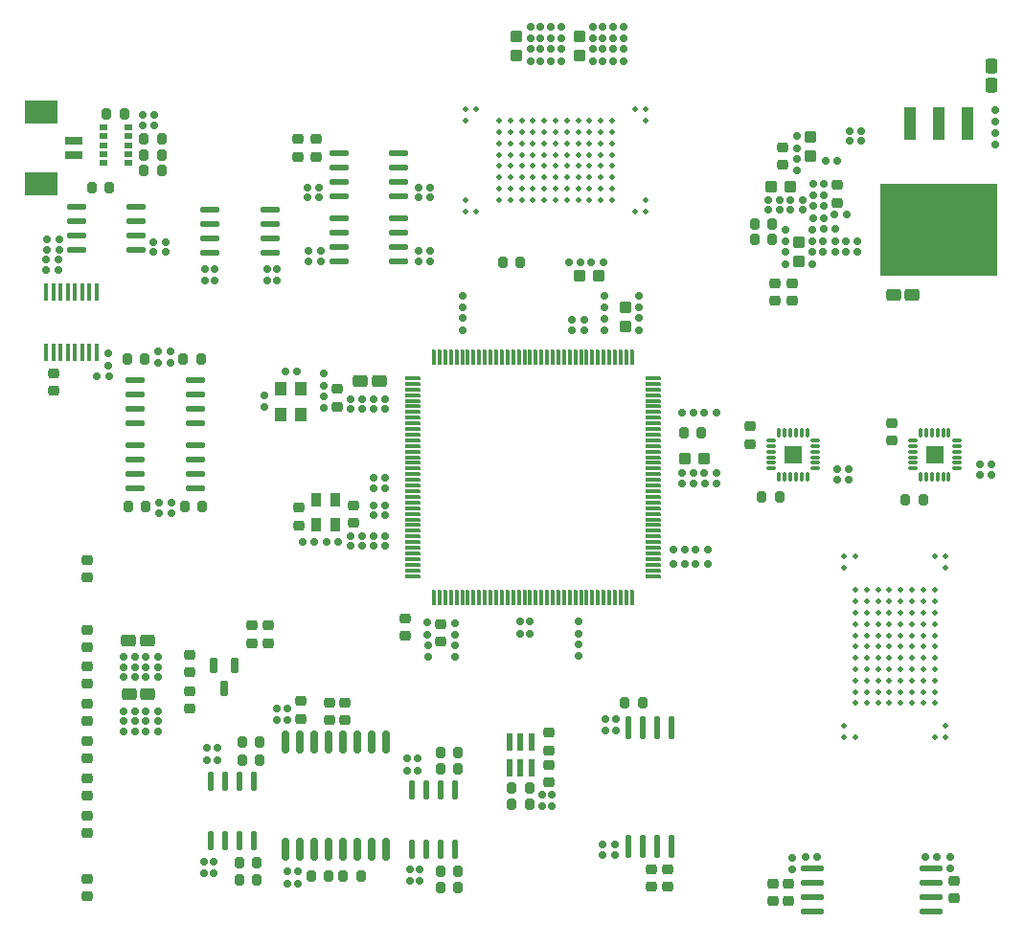
<source format=gbr>
G04*
G04 #@! TF.GenerationSoftware,Altium Limited,Altium Designer,24.9.1 (31)*
G04*
G04 Layer_Color=128*
%FSLAX44Y44*%
%MOMM*%
G71*
G04*
G04 #@! TF.SameCoordinates,95152EAB-924E-4990-96F7-4EF775BF21D2*
G04*
G04*
G04 #@! TF.FilePolarity,Positive*
G04*
G01*
G75*
G04:AMPARAMS|DCode=26|XSize=0.95mm|YSize=0.85mm|CornerRadius=0.2125mm|HoleSize=0mm|Usage=FLASHONLY|Rotation=180.000|XOffset=0mm|YOffset=0mm|HoleType=Round|Shape=RoundedRectangle|*
%AMROUNDEDRECTD26*
21,1,0.9500,0.4250,0,0,180.0*
21,1,0.5250,0.8500,0,0,180.0*
1,1,0.4250,-0.2625,0.2125*
1,1,0.4250,0.2625,0.2125*
1,1,0.4250,0.2625,-0.2125*
1,1,0.4250,-0.2625,-0.2125*
%
%ADD26ROUNDEDRECTD26*%
G04:AMPARAMS|DCode=38|XSize=0.95mm|YSize=0.85mm|CornerRadius=0.2125mm|HoleSize=0mm|Usage=FLASHONLY|Rotation=90.000|XOffset=0mm|YOffset=0mm|HoleType=Round|Shape=RoundedRectangle|*
%AMROUNDEDRECTD38*
21,1,0.9500,0.4250,0,0,90.0*
21,1,0.5250,0.8500,0,0,90.0*
1,1,0.4250,0.2125,0.2625*
1,1,0.4250,0.2125,-0.2625*
1,1,0.4250,-0.2125,-0.2625*
1,1,0.4250,-0.2125,0.2625*
%
%ADD38ROUNDEDRECTD38*%
G04:AMPARAMS|DCode=39|XSize=1.64mm|YSize=0.59mm|CornerRadius=0.1475mm|HoleSize=0mm|Usage=FLASHONLY|Rotation=0.000|XOffset=0mm|YOffset=0mm|HoleType=Round|Shape=RoundedRectangle|*
%AMROUNDEDRECTD39*
21,1,1.6400,0.2950,0,0,0.0*
21,1,1.3450,0.5900,0,0,0.0*
1,1,0.2950,0.6725,-0.1475*
1,1,0.2950,-0.6725,-0.1475*
1,1,0.2950,-0.6725,0.1475*
1,1,0.2950,0.6725,0.1475*
%
%ADD39ROUNDEDRECTD39*%
%ADD41R,0.9500X1.2000*%
G04:AMPARAMS|DCode=46|XSize=1.1mm|YSize=1mm|CornerRadius=0.25mm|HoleSize=0mm|Usage=FLASHONLY|Rotation=270.000|XOffset=0mm|YOffset=0mm|HoleType=Round|Shape=RoundedRectangle|*
%AMROUNDEDRECTD46*
21,1,1.1000,0.5000,0,0,270.0*
21,1,0.6000,1.0000,0,0,270.0*
1,1,0.5000,-0.2500,-0.3000*
1,1,0.5000,-0.2500,0.3000*
1,1,0.5000,0.2500,0.3000*
1,1,0.5000,0.2500,-0.3000*
%
%ADD46ROUNDEDRECTD46*%
G04:AMPARAMS|DCode=47|XSize=0.65mm|YSize=0.6mm|CornerRadius=0.15mm|HoleSize=0mm|Usage=FLASHONLY|Rotation=0.000|XOffset=0mm|YOffset=0mm|HoleType=Round|Shape=RoundedRectangle|*
%AMROUNDEDRECTD47*
21,1,0.6500,0.3000,0,0,0.0*
21,1,0.3500,0.6000,0,0,0.0*
1,1,0.3000,0.1750,-0.1500*
1,1,0.3000,-0.1750,-0.1500*
1,1,0.3000,-0.1750,0.1500*
1,1,0.3000,0.1750,0.1500*
%
%ADD47ROUNDEDRECTD47*%
G04:AMPARAMS|DCode=48|XSize=0.65mm|YSize=0.6mm|CornerRadius=0.15mm|HoleSize=0mm|Usage=FLASHONLY|Rotation=90.000|XOffset=0mm|YOffset=0mm|HoleType=Round|Shape=RoundedRectangle|*
%AMROUNDEDRECTD48*
21,1,0.6500,0.3000,0,0,90.0*
21,1,0.3500,0.6000,0,0,90.0*
1,1,0.3000,0.1500,0.1750*
1,1,0.3000,0.1500,-0.1750*
1,1,0.3000,-0.1500,-0.1750*
1,1,0.3000,-0.1500,0.1750*
%
%ADD48ROUNDEDRECTD48*%
G04:AMPARAMS|DCode=49|XSize=1.1mm|YSize=1.3mm|CornerRadius=0.25mm|HoleSize=0mm|Usage=FLASHONLY|Rotation=180.000|XOffset=0mm|YOffset=0mm|HoleType=Round|Shape=RoundedRectangle|*
%AMROUNDEDRECTD49*
21,1,1.1000,0.8000,0,0,180.0*
21,1,0.6000,1.3000,0,0,180.0*
1,1,0.5000,-0.3000,0.4000*
1,1,0.5000,0.3000,0.4000*
1,1,0.5000,0.3000,-0.4000*
1,1,0.5000,-0.3000,-0.4000*
%
%ADD49ROUNDEDRECTD49*%
G04:AMPARAMS|DCode=139|XSize=1.32mm|YSize=0.6mm|CornerRadius=0.075mm|HoleSize=0mm|Usage=FLASHONLY|Rotation=270.000|XOffset=0mm|YOffset=0mm|HoleType=Round|Shape=RoundedRectangle|*
%AMROUNDEDRECTD139*
21,1,1.3200,0.4500,0,0,270.0*
21,1,1.1700,0.6000,0,0,270.0*
1,1,0.1500,-0.2250,-0.5850*
1,1,0.1500,-0.2250,0.5850*
1,1,0.1500,0.2250,0.5850*
1,1,0.1500,0.2250,-0.5850*
%
%ADD139ROUNDEDRECTD139*%
G04:AMPARAMS|DCode=140|XSize=1.9539mm|YSize=0.5821mm|CornerRadius=0.1455mm|HoleSize=0mm|Usage=FLASHONLY|Rotation=270.000|XOffset=0mm|YOffset=0mm|HoleType=Round|Shape=RoundedRectangle|*
%AMROUNDEDRECTD140*
21,1,1.9539,0.2911,0,0,270.0*
21,1,1.6629,0.5821,0,0,270.0*
1,1,0.2911,-0.1455,-0.8314*
1,1,0.2911,-0.1455,0.8314*
1,1,0.2911,0.1455,0.8314*
1,1,0.2911,0.1455,-0.8314*
%
%ADD140ROUNDEDRECTD140*%
%ADD141R,0.8000X0.5000*%
%ADD142R,1.1000X1.3000*%
G04:AMPARAMS|DCode=143|XSize=1.6002mm|YSize=0.3556mm|CornerRadius=0.0889mm|HoleSize=0mm|Usage=FLASHONLY|Rotation=90.000|XOffset=0mm|YOffset=0mm|HoleType=Round|Shape=RoundedRectangle|*
%AMROUNDEDRECTD143*
21,1,1.6002,0.1778,0,0,90.0*
21,1,1.4224,0.3556,0,0,90.0*
1,1,0.1778,0.0889,0.7112*
1,1,0.1778,0.0889,-0.7112*
1,1,0.1778,-0.0889,-0.7112*
1,1,0.1778,-0.0889,0.7112*
%
%ADD143ROUNDEDRECTD143*%
G04:AMPARAMS|DCode=144|XSize=1.95mm|YSize=0.65mm|CornerRadius=0.1625mm|HoleSize=0mm|Usage=FLASHONLY|Rotation=270.000|XOffset=0mm|YOffset=0mm|HoleType=Round|Shape=RoundedRectangle|*
%AMROUNDEDRECTD144*
21,1,1.9500,0.3250,0,0,270.0*
21,1,1.6250,0.6500,0,0,270.0*
1,1,0.3250,-0.1625,-0.8125*
1,1,0.3250,-0.1625,0.8125*
1,1,0.3250,0.1625,0.8125*
1,1,0.3250,0.1625,-0.8125*
%
%ADD144ROUNDEDRECTD144*%
G04:AMPARAMS|DCode=145|XSize=1.64mm|YSize=0.59mm|CornerRadius=0.1475mm|HoleSize=0mm|Usage=FLASHONLY|Rotation=270.000|XOffset=0mm|YOffset=0mm|HoleType=Round|Shape=RoundedRectangle|*
%AMROUNDEDRECTD145*
21,1,1.6400,0.2950,0,0,270.0*
21,1,1.3450,0.5900,0,0,270.0*
1,1,0.2950,-0.1475,-0.6725*
1,1,0.2950,-0.1475,0.6725*
1,1,0.2950,0.1475,0.6725*
1,1,0.2950,0.1475,-0.6725*
%
%ADD145ROUNDEDRECTD145*%
%ADD146R,1.6000X0.8000*%
%ADD147R,3.0000X2.1000*%
G04:AMPARAMS|DCode=149|XSize=0.26mm|YSize=0.8mm|CornerRadius=0.065mm|HoleSize=0mm|Usage=FLASHONLY|Rotation=180.000|XOffset=0mm|YOffset=0mm|HoleType=Round|Shape=RoundedRectangle|*
%AMROUNDEDRECTD149*
21,1,0.2600,0.6700,0,0,180.0*
21,1,0.1300,0.8000,0,0,180.0*
1,1,0.1300,-0.0650,0.3350*
1,1,0.1300,0.0650,0.3350*
1,1,0.1300,0.0650,-0.3350*
1,1,0.1300,-0.0650,-0.3350*
%
%ADD149ROUNDEDRECTD149*%
G04:AMPARAMS|DCode=150|XSize=0.8mm|YSize=0.26mm|CornerRadius=0.065mm|HoleSize=0mm|Usage=FLASHONLY|Rotation=180.000|XOffset=0mm|YOffset=0mm|HoleType=Round|Shape=RoundedRectangle|*
%AMROUNDEDRECTD150*
21,1,0.8000,0.1300,0,0,180.0*
21,1,0.6700,0.2600,0,0,180.0*
1,1,0.1300,-0.3350,0.0650*
1,1,0.1300,0.3350,0.0650*
1,1,0.1300,0.3350,-0.0650*
1,1,0.1300,-0.3350,-0.0650*
%
%ADD150ROUNDEDRECTD150*%
G04:AMPARAMS|DCode=151|XSize=1.35mm|YSize=0.35mm|CornerRadius=0.0875mm|HoleSize=0mm|Usage=FLASHONLY|Rotation=0.000|XOffset=0mm|YOffset=0mm|HoleType=Round|Shape=RoundedRectangle|*
%AMROUNDEDRECTD151*
21,1,1.3500,0.1750,0,0,0.0*
21,1,1.1750,0.3500,0,0,0.0*
1,1,0.1750,0.5875,-0.0875*
1,1,0.1750,-0.5875,-0.0875*
1,1,0.1750,-0.5875,0.0875*
1,1,0.1750,0.5875,0.0875*
%
%ADD151ROUNDEDRECTD151*%
G04:AMPARAMS|DCode=152|XSize=0.35mm|YSize=1.35mm|CornerRadius=0.0875mm|HoleSize=0mm|Usage=FLASHONLY|Rotation=0.000|XOffset=0mm|YOffset=0mm|HoleType=Round|Shape=RoundedRectangle|*
%AMROUNDEDRECTD152*
21,1,0.3500,1.1750,0,0,0.0*
21,1,0.1750,1.3500,0,0,0.0*
1,1,0.1750,0.0875,-0.5875*
1,1,0.1750,-0.0875,-0.5875*
1,1,0.1750,-0.0875,0.5875*
1,1,0.1750,0.0875,0.5875*
%
%ADD152ROUNDEDRECTD152*%
G04:AMPARAMS|DCode=153|XSize=1.9539mm|YSize=0.5821mm|CornerRadius=0.1455mm|HoleSize=0mm|Usage=FLASHONLY|Rotation=180.000|XOffset=0mm|YOffset=0mm|HoleType=Round|Shape=RoundedRectangle|*
%AMROUNDEDRECTD153*
21,1,1.9539,0.2911,0,0,180.0*
21,1,1.6629,0.5821,0,0,180.0*
1,1,0.2911,-0.8314,0.1455*
1,1,0.2911,0.8314,0.1455*
1,1,0.2911,0.8314,-0.1455*
1,1,0.2911,-0.8314,-0.1455*
%
%ADD153ROUNDEDRECTD153*%
G04:AMPARAMS|DCode=154|XSize=1.45mm|YSize=0.59mm|CornerRadius=0.0738mm|HoleSize=0mm|Usage=FLASHONLY|Rotation=90.000|XOffset=0mm|YOffset=0mm|HoleType=Round|Shape=RoundedRectangle|*
%AMROUNDEDRECTD154*
21,1,1.4500,0.4425,0,0,90.0*
21,1,1.3025,0.5900,0,0,90.0*
1,1,0.1475,0.2213,0.6513*
1,1,0.1475,0.2213,-0.6513*
1,1,0.1475,-0.2213,-0.6513*
1,1,0.1475,-0.2213,0.6513*
%
%ADD154ROUNDEDRECTD154*%
%ADD155R,1.0000X3.0000*%
%ADD156R,10.4500X8.1000*%
G04:AMPARAMS|DCode=157|XSize=1.1mm|YSize=1mm|CornerRadius=0.25mm|HoleSize=0mm|Usage=FLASHONLY|Rotation=0.000|XOffset=0mm|YOffset=0mm|HoleType=Round|Shape=RoundedRectangle|*
%AMROUNDEDRECTD157*
21,1,1.1000,0.5000,0,0,0.0*
21,1,0.6000,1.0000,0,0,0.0*
1,1,0.5000,0.3000,-0.2500*
1,1,0.5000,-0.3000,-0.2500*
1,1,0.5000,-0.3000,0.2500*
1,1,0.5000,0.3000,0.2500*
%
%ADD157ROUNDEDRECTD157*%
%ADD158C,0.4900*%
G04:AMPARAMS|DCode=159|XSize=1.1mm|YSize=1.3mm|CornerRadius=0.25mm|HoleSize=0mm|Usage=FLASHONLY|Rotation=90.000|XOffset=0mm|YOffset=0mm|HoleType=Round|Shape=RoundedRectangle|*
%AMROUNDEDRECTD159*
21,1,1.1000,0.8000,0,0,90.0*
21,1,0.6000,1.3000,0,0,90.0*
1,1,0.5000,0.4000,0.3000*
1,1,0.5000,0.4000,-0.3000*
1,1,0.5000,-0.4000,-0.3000*
1,1,0.5000,-0.4000,0.3000*
%
%ADD159ROUNDEDRECTD159*%
%ADD188R,1.6128X1.6128*%
D26*
X222000Y348750D02*
D03*
Y333250D02*
D03*
X311000Y439250D02*
D03*
Y454750D02*
D03*
X262750Y452750D02*
D03*
Y437250D02*
D03*
X76000Y124750D02*
D03*
Y109250D02*
D03*
X76000Y391250D02*
D03*
Y406750D02*
D03*
X167000Y275250D02*
D03*
Y290750D02*
D03*
X76000Y165250D02*
D03*
Y180750D02*
D03*
Y198250D02*
D03*
Y213750D02*
D03*
X236000Y333250D02*
D03*
Y348750D02*
D03*
X76000Y297250D02*
D03*
Y312750D02*
D03*
Y329250D02*
D03*
Y344750D02*
D03*
X167000Y307250D02*
D03*
Y322750D02*
D03*
X76000Y246750D02*
D03*
Y231250D02*
D03*
Y279750D02*
D03*
Y264250D02*
D03*
X297000Y542250D02*
D03*
Y557750D02*
D03*
X662000Y509250D02*
D03*
Y524750D02*
D03*
X787000Y512250D02*
D03*
Y527750D02*
D03*
X484000Y225750D02*
D03*
Y210250D02*
D03*
Y253750D02*
D03*
Y238250D02*
D03*
X738990Y738244D02*
D03*
Y722745D02*
D03*
X691000Y756250D02*
D03*
Y771750D02*
D03*
X698990Y635745D02*
D03*
Y651245D02*
D03*
X683990Y635745D02*
D03*
Y651245D02*
D03*
X842000Y107250D02*
D03*
Y122750D02*
D03*
X696000Y105250D02*
D03*
Y120750D02*
D03*
X682000D02*
D03*
Y105250D02*
D03*
X575000Y133000D02*
D03*
Y117500D02*
D03*
X589000D02*
D03*
Y133000D02*
D03*
X304000Y265250D02*
D03*
Y280750D02*
D03*
X265000Y266250D02*
D03*
Y281750D02*
D03*
X290000Y280750D02*
D03*
Y265250D02*
D03*
X46000Y556250D02*
D03*
Y571750D02*
D03*
X278000Y763250D02*
D03*
Y778750D02*
D03*
X262000Y763250D02*
D03*
Y778750D02*
D03*
X357000Y339250D02*
D03*
Y354750D02*
D03*
X388796Y334250D02*
D03*
Y349750D02*
D03*
D38*
X618750Y519000D02*
D03*
X603250D02*
D03*
X672250Y462000D02*
D03*
X687750D02*
D03*
X799250Y460000D02*
D03*
X814750D02*
D03*
X458750Y670000D02*
D03*
X443250D02*
D03*
X95750Y736000D02*
D03*
X80250D02*
D03*
X126250Y779000D02*
D03*
X141750D02*
D03*
X126250Y751000D02*
D03*
X141750D02*
D03*
X126250Y765000D02*
D03*
X141750D02*
D03*
X108750Y801500D02*
D03*
X93250D02*
D03*
X466750Y205000D02*
D03*
X451250D02*
D03*
X466750Y191000D02*
D03*
X451250D02*
D03*
X176500Y584000D02*
D03*
X161000D02*
D03*
X111500D02*
D03*
X127000D02*
D03*
X177750Y454000D02*
D03*
X162250D02*
D03*
X127750D02*
D03*
X112250D02*
D03*
X681750Y704000D02*
D03*
X666250D02*
D03*
X681750Y690000D02*
D03*
X666250D02*
D03*
X213250Y230000D02*
D03*
X228750D02*
D03*
X210250Y139000D02*
D03*
X225750D02*
D03*
X213250Y246000D02*
D03*
X228750D02*
D03*
X210250Y124000D02*
D03*
X225750D02*
D03*
X388250Y222000D02*
D03*
X403750D02*
D03*
X388250Y131000D02*
D03*
X403750D02*
D03*
X388250Y236000D02*
D03*
X403750D02*
D03*
X388250Y117000D02*
D03*
X403750D02*
D03*
X566750Y280000D02*
D03*
X551250D02*
D03*
X289750Y127000D02*
D03*
X274250D02*
D03*
X302250D02*
D03*
X317750D02*
D03*
D39*
X351350Y670950D02*
D03*
Y683650D02*
D03*
Y696350D02*
D03*
Y709050D02*
D03*
X298650D02*
D03*
Y696350D02*
D03*
Y683650D02*
D03*
Y670950D02*
D03*
X237350Y677950D02*
D03*
Y690650D02*
D03*
Y703350D02*
D03*
Y716050D02*
D03*
X184650D02*
D03*
Y703350D02*
D03*
Y690650D02*
D03*
Y677950D02*
D03*
X351350Y727950D02*
D03*
Y740650D02*
D03*
Y753350D02*
D03*
Y766050D02*
D03*
X298650D02*
D03*
Y753350D02*
D03*
Y740650D02*
D03*
Y727950D02*
D03*
X119350Y680950D02*
D03*
Y693650D02*
D03*
Y706350D02*
D03*
Y719050D02*
D03*
X66650D02*
D03*
Y706350D02*
D03*
Y693650D02*
D03*
Y680950D02*
D03*
X171350Y469950D02*
D03*
Y482650D02*
D03*
Y495350D02*
D03*
Y508050D02*
D03*
X118650D02*
D03*
Y495350D02*
D03*
Y482650D02*
D03*
Y469950D02*
D03*
X118650Y566050D02*
D03*
Y553350D02*
D03*
Y540650D02*
D03*
Y527950D02*
D03*
X171350D02*
D03*
Y540650D02*
D03*
Y553350D02*
D03*
Y566050D02*
D03*
D41*
X295500Y438000D02*
D03*
Y460000D02*
D03*
X278000D02*
D03*
Y438000D02*
D03*
D46*
X551796Y629814D02*
D03*
Y612814D02*
D03*
X704990Y670994D02*
D03*
Y687995D02*
D03*
X715480Y763494D02*
D03*
Y780495D02*
D03*
X511000Y852500D02*
D03*
Y869500D02*
D03*
X455000D02*
D03*
Y852500D02*
D03*
D47*
X710750Y144000D02*
D03*
X721250D02*
D03*
X107750Y312000D02*
D03*
X118250D02*
D03*
X107750Y303000D02*
D03*
X118250D02*
D03*
X127750Y312000D02*
D03*
X138250D02*
D03*
X127750Y321000D02*
D03*
X138250D02*
D03*
X127750Y303000D02*
D03*
X138250D02*
D03*
X749250Y487000D02*
D03*
X738750D02*
D03*
Y478000D02*
D03*
X749250D02*
D03*
X875250Y491000D02*
D03*
X864750D02*
D03*
Y482000D02*
D03*
X875250D02*
D03*
X532250Y669797D02*
D03*
X521750D02*
D03*
X512250D02*
D03*
X501750D02*
D03*
X736990Y688494D02*
D03*
X726490D02*
D03*
X816750Y144000D02*
D03*
X827250D02*
D03*
X542250Y146000D02*
D03*
X531750D02*
D03*
Y155000D02*
D03*
X542250D02*
D03*
X50500Y663000D02*
D03*
X40000D02*
D03*
Y672000D02*
D03*
X50500D02*
D03*
X95250Y569000D02*
D03*
X84750D02*
D03*
X145250Y679000D02*
D03*
X134750D02*
D03*
X134750Y688000D02*
D03*
X145250D02*
D03*
X51250Y681000D02*
D03*
X40750D02*
D03*
Y690000D02*
D03*
X51250D02*
D03*
X368750Y671000D02*
D03*
X379250D02*
D03*
X282250Y671000D02*
D03*
X271750D02*
D03*
X379250Y680000D02*
D03*
X368750D02*
D03*
X271750D02*
D03*
X282250D02*
D03*
X281250Y727000D02*
D03*
X270750D02*
D03*
X368750Y727000D02*
D03*
X379250D02*
D03*
X270750Y736000D02*
D03*
X281250D02*
D03*
X379250Y736000D02*
D03*
X368750D02*
D03*
X593750Y416000D02*
D03*
X604250D02*
D03*
X127750Y255000D02*
D03*
X138250D02*
D03*
X127750Y264000D02*
D03*
X138250D02*
D03*
X127750Y273000D02*
D03*
X138250D02*
D03*
X107750Y321000D02*
D03*
X118250D02*
D03*
X107750Y255000D02*
D03*
X118250D02*
D03*
X107750Y264000D02*
D03*
X118250D02*
D03*
X107750Y273000D02*
D03*
X118250D02*
D03*
X135250Y791000D02*
D03*
X124750D02*
D03*
Y800500D02*
D03*
X135250D02*
D03*
X139750Y448000D02*
D03*
X150250D02*
D03*
Y457000D02*
D03*
X139750D02*
D03*
X138750Y581000D02*
D03*
X149250D02*
D03*
X677750Y716000D02*
D03*
X688250D02*
D03*
X747250Y712000D02*
D03*
X736750D02*
D03*
X756990Y679494D02*
D03*
X746490D02*
D03*
X756990Y688494D02*
D03*
X746490D02*
D03*
X697750Y725000D02*
D03*
X708250D02*
D03*
X697750Y716000D02*
D03*
X708250D02*
D03*
X737240Y699494D02*
D03*
X726740D02*
D03*
X736990Y679494D02*
D03*
X726490D02*
D03*
X601546Y484000D02*
D03*
X612046D02*
D03*
X339250Y428000D02*
D03*
X328750D02*
D03*
X613750Y416000D02*
D03*
X624250D02*
D03*
X621546Y484000D02*
D03*
X632046D02*
D03*
X319250Y428000D02*
D03*
X308750D02*
D03*
X339250Y540000D02*
D03*
X328750D02*
D03*
X339250Y549000D02*
D03*
X328750D02*
D03*
X504750Y610000D02*
D03*
X515250D02*
D03*
X601546Y537000D02*
D03*
X612046D02*
D03*
X593796Y403000D02*
D03*
X604296D02*
D03*
X339250Y419000D02*
D03*
X328750D02*
D03*
X339250Y455000D02*
D03*
X328750D02*
D03*
X339250Y479000D02*
D03*
X328750D02*
D03*
X601796Y474000D02*
D03*
X612296D02*
D03*
X319250Y540000D02*
D03*
X308750D02*
D03*
X319250Y549000D02*
D03*
X308750D02*
D03*
X515250Y619000D02*
D03*
X504750D02*
D03*
X621546Y537000D02*
D03*
X632046D02*
D03*
X613796Y403000D02*
D03*
X624296D02*
D03*
X138750Y591000D02*
D03*
X149250D02*
D03*
X739250Y760000D02*
D03*
X728750D02*
D03*
X677750Y725000D02*
D03*
X688250D02*
D03*
X319250Y419000D02*
D03*
X308750D02*
D03*
X328750Y446000D02*
D03*
X339250D02*
D03*
X328750Y470000D02*
D03*
X339250D02*
D03*
X621796Y474000D02*
D03*
X632296D02*
D03*
X298000Y423000D02*
D03*
X287500D02*
D03*
X277000D02*
D03*
X266500D02*
D03*
X251000Y573000D02*
D03*
X261500D02*
D03*
X750000Y786000D02*
D03*
X760500D02*
D03*
Y777000D02*
D03*
X750000D02*
D03*
D48*
X879000Y804500D02*
D03*
Y794000D02*
D03*
Y784500D02*
D03*
Y774000D02*
D03*
X467796Y847750D02*
D03*
Y858250D02*
D03*
X476796Y847750D02*
D03*
Y858250D02*
D03*
X485796Y847750D02*
D03*
Y858250D02*
D03*
X494796Y847750D02*
D03*
Y858250D02*
D03*
X522796Y847750D02*
D03*
Y858250D02*
D03*
X531796Y847750D02*
D03*
Y858250D02*
D03*
X540796Y847750D02*
D03*
Y858250D02*
D03*
X549796Y847750D02*
D03*
Y858250D02*
D03*
X467796Y867750D02*
D03*
Y878250D02*
D03*
X476796Y867750D02*
D03*
Y878250D02*
D03*
X182000Y229750D02*
D03*
Y240250D02*
D03*
X188000Y140250D02*
D03*
Y129750D02*
D03*
X191000Y240250D02*
D03*
Y229750D02*
D03*
X179000Y129750D02*
D03*
Y140250D02*
D03*
X359000Y220500D02*
D03*
Y231000D02*
D03*
X361000Y133250D02*
D03*
Y122750D02*
D03*
X368000Y231000D02*
D03*
Y220500D02*
D03*
X370000Y122750D02*
D03*
Y133250D02*
D03*
X699000Y143250D02*
D03*
Y132750D02*
D03*
X839000Y144250D02*
D03*
Y133750D02*
D03*
X543000Y255750D02*
D03*
Y266250D02*
D03*
X534000Y266250D02*
D03*
Y255750D02*
D03*
X253000Y120750D02*
D03*
Y131250D02*
D03*
X244000Y264750D02*
D03*
Y275250D02*
D03*
X262000Y131250D02*
D03*
Y120750D02*
D03*
X253000Y275250D02*
D03*
Y264750D02*
D03*
X95000Y589250D02*
D03*
Y578750D02*
D03*
X180000Y664250D02*
D03*
Y653750D02*
D03*
X235000Y664250D02*
D03*
Y653750D02*
D03*
X189000Y653750D02*
D03*
Y664250D02*
D03*
X244000Y653750D02*
D03*
Y664250D02*
D03*
X485796Y867750D02*
D03*
Y878250D02*
D03*
X494796Y867750D02*
D03*
Y878250D02*
D03*
X522796Y867750D02*
D03*
Y878250D02*
D03*
X531796Y867750D02*
D03*
Y878250D02*
D03*
X540796Y867750D02*
D03*
Y878250D02*
D03*
X549796Y867750D02*
D03*
Y878250D02*
D03*
X487000Y188750D02*
D03*
Y199250D02*
D03*
X478000D02*
D03*
Y188750D02*
D03*
X717990Y739494D02*
D03*
Y728995D02*
D03*
X716990Y668494D02*
D03*
Y678995D02*
D03*
X692990Y668494D02*
D03*
Y678995D02*
D03*
X717990Y719494D02*
D03*
Y708995D02*
D03*
X716990Y688494D02*
D03*
Y698995D02*
D03*
X692990Y688494D02*
D03*
Y698995D02*
D03*
X400796Y351000D02*
D03*
Y340500D02*
D03*
X532796Y609750D02*
D03*
Y620250D02*
D03*
X563796Y610064D02*
D03*
Y620564D02*
D03*
X400796Y331250D02*
D03*
Y320750D02*
D03*
X532796Y629750D02*
D03*
Y640250D02*
D03*
X563796Y630064D02*
D03*
Y640564D02*
D03*
X407796Y610064D02*
D03*
Y620564D02*
D03*
X510000Y352250D02*
D03*
Y341750D02*
D03*
X458796Y352250D02*
D03*
Y341750D02*
D03*
X376796Y351250D02*
D03*
Y340750D02*
D03*
X407796Y630064D02*
D03*
Y640564D02*
D03*
X703480Y761495D02*
D03*
Y750994D02*
D03*
Y781495D02*
D03*
Y770994D02*
D03*
X726990Y739494D02*
D03*
Y728995D02*
D03*
Y719494D02*
D03*
Y708995D02*
D03*
X510000Y332250D02*
D03*
Y321750D02*
D03*
X467000Y341750D02*
D03*
Y352250D02*
D03*
X377000Y331250D02*
D03*
Y320750D02*
D03*
X233000Y552250D02*
D03*
Y541750D02*
D03*
X285000Y540750D02*
D03*
Y551250D02*
D03*
Y560750D02*
D03*
Y571250D02*
D03*
D49*
X875000Y843250D02*
D03*
Y826750D02*
D03*
D139*
X187500Y313000D02*
D03*
X206500D02*
D03*
X197000Y293000D02*
D03*
D140*
X553950Y153495D02*
D03*
X566650D02*
D03*
X579350D02*
D03*
X592050D02*
D03*
Y258505D02*
D03*
X579350D02*
D03*
X566650D02*
D03*
X553950D02*
D03*
D141*
X112000Y789500D02*
D03*
Y781500D02*
D03*
Y773500D02*
D03*
Y765500D02*
D03*
Y757500D02*
D03*
X90000D02*
D03*
Y765500D02*
D03*
Y773500D02*
D03*
Y781500D02*
D03*
Y789500D02*
D03*
D142*
X265204Y535500D02*
D03*
Y558500D02*
D03*
X247204D02*
D03*
Y535500D02*
D03*
D143*
X84225Y643543D02*
D03*
X77875D02*
D03*
X71525D02*
D03*
X65175D02*
D03*
X58825D02*
D03*
X52475D02*
D03*
X46125D02*
D03*
X39775D02*
D03*
Y590457D02*
D03*
X46125D02*
D03*
X52475D02*
D03*
X58825D02*
D03*
X65175D02*
D03*
X71525D02*
D03*
X77875D02*
D03*
X84225D02*
D03*
D144*
X251550Y150750D02*
D03*
X264250D02*
D03*
X276950D02*
D03*
X289650D02*
D03*
X302350D02*
D03*
X315050D02*
D03*
X327750D02*
D03*
X340450D02*
D03*
Y245250D02*
D03*
X327750D02*
D03*
X315050D02*
D03*
X302350D02*
D03*
X289650D02*
D03*
X276950D02*
D03*
X264250D02*
D03*
X251550D02*
D03*
D145*
X362950Y150650D02*
D03*
X375650D02*
D03*
X388350D02*
D03*
X401050D02*
D03*
Y203350D02*
D03*
X388350D02*
D03*
X375650D02*
D03*
X362950D02*
D03*
X184950Y158650D02*
D03*
X197650D02*
D03*
X210350D02*
D03*
X223050D02*
D03*
Y211350D02*
D03*
X210350D02*
D03*
X197650D02*
D03*
X184950D02*
D03*
D146*
X64500Y764750D02*
D03*
Y777250D02*
D03*
D147*
X35500Y739250D02*
D03*
Y802750D02*
D03*
D149*
X817500Y519512D02*
D03*
Y480488D02*
D03*
X812500Y519512D02*
D03*
Y480488D02*
D03*
X822500Y519512D02*
D03*
Y480488D02*
D03*
X827500Y519512D02*
D03*
Y480488D02*
D03*
X832500Y519512D02*
D03*
Y480488D02*
D03*
X837500Y519512D02*
D03*
Y480488D02*
D03*
X692500Y519512D02*
D03*
Y480488D02*
D03*
X687500Y519512D02*
D03*
Y480488D02*
D03*
X697500Y519512D02*
D03*
Y480488D02*
D03*
X702500Y519512D02*
D03*
Y480488D02*
D03*
X707500Y519512D02*
D03*
Y480488D02*
D03*
X712500Y519512D02*
D03*
Y480488D02*
D03*
D150*
X805488Y512500D02*
D03*
Y507500D02*
D03*
Y502500D02*
D03*
Y497500D02*
D03*
Y492500D02*
D03*
Y487500D02*
D03*
X844512D02*
D03*
Y492500D02*
D03*
Y497500D02*
D03*
Y502500D02*
D03*
Y507500D02*
D03*
Y512500D02*
D03*
X680488D02*
D03*
Y507500D02*
D03*
Y502500D02*
D03*
Y497500D02*
D03*
Y492500D02*
D03*
Y487500D02*
D03*
X719512D02*
D03*
Y492500D02*
D03*
Y497500D02*
D03*
Y502500D02*
D03*
Y507500D02*
D03*
Y512500D02*
D03*
D151*
X363750Y392500D02*
D03*
Y397500D02*
D03*
Y402500D02*
D03*
Y407500D02*
D03*
Y412500D02*
D03*
Y417500D02*
D03*
Y422500D02*
D03*
Y427500D02*
D03*
Y432500D02*
D03*
Y437500D02*
D03*
Y442500D02*
D03*
Y447500D02*
D03*
Y452500D02*
D03*
Y457500D02*
D03*
Y462500D02*
D03*
Y467500D02*
D03*
Y472500D02*
D03*
Y477500D02*
D03*
Y482500D02*
D03*
Y487500D02*
D03*
Y492500D02*
D03*
Y497500D02*
D03*
Y502500D02*
D03*
Y507500D02*
D03*
Y512500D02*
D03*
Y517500D02*
D03*
Y522500D02*
D03*
Y527500D02*
D03*
Y532500D02*
D03*
Y537500D02*
D03*
Y542500D02*
D03*
Y547500D02*
D03*
Y552500D02*
D03*
Y557500D02*
D03*
Y562500D02*
D03*
Y567500D02*
D03*
X576250D02*
D03*
Y562500D02*
D03*
Y557500D02*
D03*
Y552500D02*
D03*
Y547500D02*
D03*
Y542500D02*
D03*
Y537500D02*
D03*
Y532500D02*
D03*
Y527500D02*
D03*
Y522500D02*
D03*
Y517500D02*
D03*
Y512500D02*
D03*
Y507500D02*
D03*
Y502500D02*
D03*
Y497500D02*
D03*
Y492500D02*
D03*
Y487500D02*
D03*
Y482500D02*
D03*
Y477500D02*
D03*
Y472500D02*
D03*
Y467500D02*
D03*
Y462500D02*
D03*
Y457500D02*
D03*
Y452500D02*
D03*
Y447500D02*
D03*
Y442500D02*
D03*
Y437500D02*
D03*
Y432500D02*
D03*
Y427500D02*
D03*
Y422500D02*
D03*
Y417500D02*
D03*
Y412500D02*
D03*
Y407500D02*
D03*
Y402500D02*
D03*
Y397500D02*
D03*
Y392500D02*
D03*
D152*
X382500Y586250D02*
D03*
X387500D02*
D03*
X392500D02*
D03*
X397500D02*
D03*
X402500D02*
D03*
X407500D02*
D03*
X412500D02*
D03*
X417500D02*
D03*
X422500D02*
D03*
X427500D02*
D03*
X432500D02*
D03*
X437500D02*
D03*
X442500D02*
D03*
X447500D02*
D03*
X452500D02*
D03*
X457500D02*
D03*
X462500D02*
D03*
X467500D02*
D03*
X472500D02*
D03*
X477500D02*
D03*
X482500D02*
D03*
X487500D02*
D03*
X492500D02*
D03*
X497500D02*
D03*
X502500D02*
D03*
X507500D02*
D03*
X512500D02*
D03*
X517500D02*
D03*
X522500D02*
D03*
X527500D02*
D03*
X532500D02*
D03*
X537500D02*
D03*
X542500D02*
D03*
X547500D02*
D03*
X552500D02*
D03*
X557500D02*
D03*
Y373750D02*
D03*
X552500D02*
D03*
X547500D02*
D03*
X542500D02*
D03*
X537500D02*
D03*
X532500D02*
D03*
X527500D02*
D03*
X522500D02*
D03*
X517500D02*
D03*
X512500D02*
D03*
X507500D02*
D03*
X502500D02*
D03*
X497500D02*
D03*
X492500D02*
D03*
X487500D02*
D03*
X482500D02*
D03*
X477500D02*
D03*
X472500D02*
D03*
X467500D02*
D03*
X462500D02*
D03*
X457500D02*
D03*
X452500D02*
D03*
X447500D02*
D03*
X442500D02*
D03*
X437500D02*
D03*
X432500D02*
D03*
X427500D02*
D03*
X422500D02*
D03*
X417500D02*
D03*
X412500D02*
D03*
X407500D02*
D03*
X402500D02*
D03*
X397500D02*
D03*
X392500D02*
D03*
X387500D02*
D03*
X382500D02*
D03*
D153*
X821505Y134050D02*
D03*
Y121350D02*
D03*
Y108650D02*
D03*
Y95950D02*
D03*
X716495D02*
D03*
Y108650D02*
D03*
Y121350D02*
D03*
Y134050D02*
D03*
D154*
X468500Y245550D02*
D03*
X459000D02*
D03*
X449500D02*
D03*
Y222450D02*
D03*
X459000D02*
D03*
X468500D02*
D03*
D155*
X803600Y793000D02*
D03*
X829000D02*
D03*
X854400D02*
D03*
D156*
X829000Y698500D02*
D03*
D157*
X604296Y496000D02*
D03*
X621296D02*
D03*
X697500Y737000D02*
D03*
X680500D02*
D03*
X528500Y657796D02*
D03*
X511500D02*
D03*
D158*
X410000Y805000D02*
D03*
Y795000D02*
D03*
Y725000D02*
D03*
Y715000D02*
D03*
X420000Y805000D02*
D03*
Y715000D02*
D03*
X440000Y795000D02*
D03*
Y785000D02*
D03*
Y775000D02*
D03*
Y765000D02*
D03*
Y755000D02*
D03*
Y745000D02*
D03*
Y735000D02*
D03*
Y725000D02*
D03*
X450000Y795000D02*
D03*
Y785000D02*
D03*
Y775000D02*
D03*
Y765000D02*
D03*
Y755000D02*
D03*
Y745000D02*
D03*
Y735000D02*
D03*
Y725000D02*
D03*
X460000Y795000D02*
D03*
Y785000D02*
D03*
Y775000D02*
D03*
Y765000D02*
D03*
Y755000D02*
D03*
Y745000D02*
D03*
Y735000D02*
D03*
Y725000D02*
D03*
X470000Y795000D02*
D03*
Y785000D02*
D03*
Y775000D02*
D03*
Y765000D02*
D03*
Y755000D02*
D03*
Y745000D02*
D03*
Y735000D02*
D03*
Y725000D02*
D03*
X480000Y795000D02*
D03*
Y785000D02*
D03*
Y775000D02*
D03*
Y765000D02*
D03*
Y755000D02*
D03*
Y745000D02*
D03*
Y735000D02*
D03*
Y725000D02*
D03*
X490000Y795000D02*
D03*
Y785000D02*
D03*
Y775000D02*
D03*
Y765000D02*
D03*
Y755000D02*
D03*
Y745000D02*
D03*
Y735000D02*
D03*
Y725000D02*
D03*
X500000Y795000D02*
D03*
Y785000D02*
D03*
Y775000D02*
D03*
Y765000D02*
D03*
Y755000D02*
D03*
Y745000D02*
D03*
Y735000D02*
D03*
Y725000D02*
D03*
X510000Y795000D02*
D03*
Y785000D02*
D03*
Y775000D02*
D03*
Y765000D02*
D03*
Y755000D02*
D03*
Y745000D02*
D03*
Y735000D02*
D03*
Y725000D02*
D03*
X520000Y795000D02*
D03*
Y785000D02*
D03*
Y775000D02*
D03*
Y765000D02*
D03*
Y755000D02*
D03*
Y745000D02*
D03*
Y735000D02*
D03*
Y725000D02*
D03*
X530000Y795000D02*
D03*
Y785000D02*
D03*
Y775000D02*
D03*
Y765000D02*
D03*
Y755000D02*
D03*
Y745000D02*
D03*
Y735000D02*
D03*
Y725000D02*
D03*
X540000Y795000D02*
D03*
Y785000D02*
D03*
Y775000D02*
D03*
Y765000D02*
D03*
Y755000D02*
D03*
Y745000D02*
D03*
Y735000D02*
D03*
Y725000D02*
D03*
X560000Y805000D02*
D03*
Y715000D02*
D03*
X570000Y805000D02*
D03*
Y795000D02*
D03*
Y725000D02*
D03*
Y715000D02*
D03*
X835000Y410000D02*
D03*
X825000D02*
D03*
X755000D02*
D03*
X745000D02*
D03*
X835000Y400000D02*
D03*
X745000D02*
D03*
X825000Y380000D02*
D03*
X815000D02*
D03*
X805000D02*
D03*
X795000D02*
D03*
X785000D02*
D03*
X775000D02*
D03*
X765000D02*
D03*
X755000D02*
D03*
X825000Y370000D02*
D03*
X815000D02*
D03*
X805000D02*
D03*
X795000D02*
D03*
X785000D02*
D03*
X775000D02*
D03*
X765000D02*
D03*
X755000D02*
D03*
X825000Y360000D02*
D03*
X815000D02*
D03*
X805000D02*
D03*
X795000D02*
D03*
X785000D02*
D03*
X775000D02*
D03*
X765000D02*
D03*
X755000D02*
D03*
X825000Y350000D02*
D03*
X815000D02*
D03*
X805000D02*
D03*
X795000D02*
D03*
X785000D02*
D03*
X775000D02*
D03*
X765000D02*
D03*
X755000D02*
D03*
X825000Y340000D02*
D03*
X815000D02*
D03*
X805000D02*
D03*
X795000D02*
D03*
X785000D02*
D03*
X775000D02*
D03*
X765000D02*
D03*
X755000D02*
D03*
X825000Y330000D02*
D03*
X815000D02*
D03*
X805000D02*
D03*
X795000D02*
D03*
X785000D02*
D03*
X775000D02*
D03*
X765000D02*
D03*
X755000D02*
D03*
X825000Y320000D02*
D03*
X815000D02*
D03*
X805000D02*
D03*
X795000D02*
D03*
X785000D02*
D03*
X775000D02*
D03*
X765000D02*
D03*
X755000D02*
D03*
X825000Y310000D02*
D03*
X815000D02*
D03*
X805000D02*
D03*
X795000D02*
D03*
X785000D02*
D03*
X775000D02*
D03*
X765000D02*
D03*
X755000D02*
D03*
X825000Y300000D02*
D03*
X815000D02*
D03*
X805000D02*
D03*
X795000D02*
D03*
X785000D02*
D03*
X775000D02*
D03*
X765000D02*
D03*
X755000D02*
D03*
X825000Y290000D02*
D03*
X815000D02*
D03*
X805000D02*
D03*
X795000D02*
D03*
X785000D02*
D03*
X775000D02*
D03*
X765000D02*
D03*
X755000D02*
D03*
X825000Y280000D02*
D03*
X815000D02*
D03*
X805000D02*
D03*
X795000D02*
D03*
X785000D02*
D03*
X775000D02*
D03*
X765000D02*
D03*
X755000D02*
D03*
X835000Y260000D02*
D03*
X745000D02*
D03*
X835000Y250000D02*
D03*
X825000D02*
D03*
X755000D02*
D03*
X745000D02*
D03*
D159*
X788750Y641000D02*
D03*
X805250D02*
D03*
X129250Y335000D02*
D03*
X112750D02*
D03*
X129500Y288000D02*
D03*
X113000D02*
D03*
X317546Y565000D02*
D03*
X334046D02*
D03*
D188*
X825000Y500000D02*
D03*
X700000D02*
D03*
M02*

</source>
